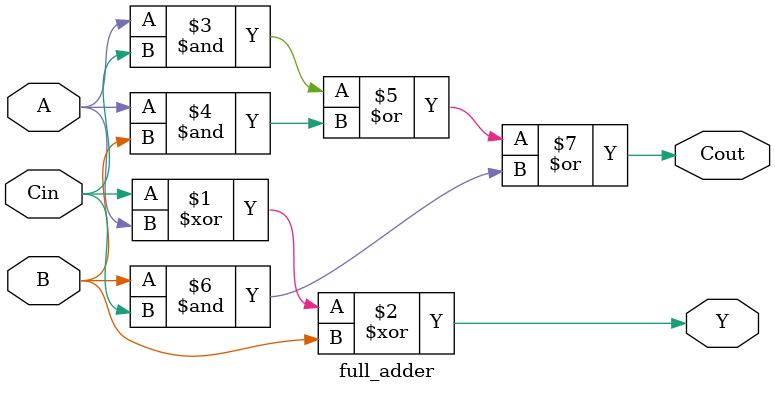
<source format=v>
module full_adder (
    input A, B, Cin,
    output Y, Cout
);

assign Y = Cin ^ A ^ B;

assign Cout = (A & Cin) | (A & B) | (B & Cin);

endmodule

</source>
